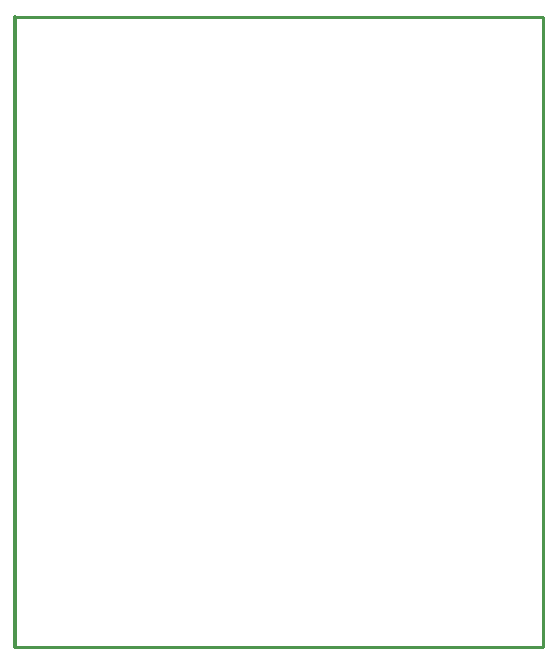
<source format=gtp>
G75*
%MOIN*%
%OFA0B0*%
%FSLAX25Y25*%
%IPPOS*%
%LPD*%
%AMOC8*
5,1,8,0,0,1.08239X$1,22.5*
%
%ADD10C,0.01000*%
%ADD11C,0.01200*%
D10*
X0078676Y0063307D02*
X0254676Y0063307D01*
X0254676Y0273307D01*
X0078676Y0273307D01*
D11*
X0078676Y0063307D01*
M02*

</source>
